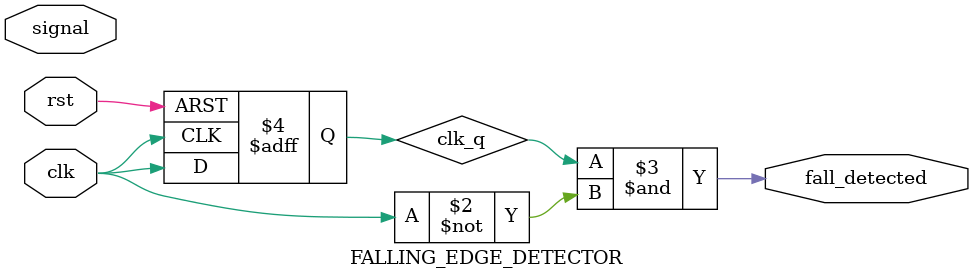
<source format=v>
module FALLING_EDGE_DETECTOR
(
    input  clk              ,
	input  rst              ,
    input  signal           ,

    output fall_detected
);

    reg clk_q;
    always @(posedge clk or posedge rst)
    begin
        if (rst)
            clk_q <= 1'b1;
        else
            clk_q <= clk;
    end

    assign fall_detected = clk_q & ~clk;  // falling edge (1 -> 0)

endmodule

</source>
